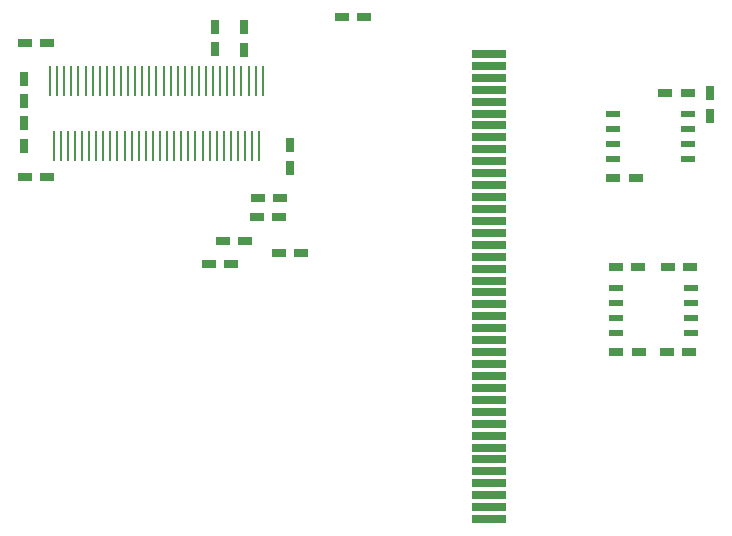
<source format=gts>
G04 (created by PCBNEW (22-Jun-2014 BZR 4027)-stable) date Sun 04 Dec 2016 05:28:58 PM CST*
%MOIN*%
G04 Gerber Fmt 3.4, Leading zero omitted, Abs format*
%FSLAX34Y34*%
G01*
G70*
G90*
G04 APERTURE LIST*
%ADD10C,0.00590551*%
%ADD11R,0.0472441X0.0295276*%
%ADD12R,0.0295276X0.0472441*%
%ADD13R,0.00984252X0.0984252*%
%ADD14R,0.11811X0.0275591*%
%ADD15R,0.045X0.02*%
G04 APERTURE END LIST*
G54D10*
G54D11*
X60235Y-42306D03*
X60984Y-42306D03*
X73845Y-38175D03*
X74594Y-38175D03*
G54D12*
X52470Y-39165D03*
X52470Y-39914D03*
X52480Y-38444D03*
X52480Y-37695D03*
G54D11*
X53244Y-36500D03*
X52495Y-36500D03*
X53234Y-40950D03*
X52485Y-40950D03*
X59369Y-43875D03*
X58620Y-43875D03*
X60960Y-43485D03*
X61709Y-43485D03*
G54D12*
X58850Y-36704D03*
X58850Y-35955D03*
G54D11*
X59849Y-43110D03*
X59100Y-43110D03*
X63055Y-35640D03*
X63804Y-35640D03*
G54D12*
X75330Y-38924D03*
X75330Y-38175D03*
G54D11*
X60255Y-41670D03*
X61004Y-41670D03*
G54D12*
X59790Y-35970D03*
X59790Y-36719D03*
X61320Y-40649D03*
X61320Y-39900D03*
G54D11*
X74644Y-46800D03*
X73895Y-46800D03*
X72854Y-40995D03*
X72105Y-40995D03*
X72953Y-46792D03*
X72204Y-46792D03*
X72200Y-43965D03*
X72949Y-43965D03*
G54D13*
X56292Y-39941D03*
X56528Y-39941D03*
X56055Y-39941D03*
X55819Y-39941D03*
X54874Y-39941D03*
X55111Y-39941D03*
X55583Y-39941D03*
X55347Y-39941D03*
X53457Y-39941D03*
X53693Y-39941D03*
X53929Y-39941D03*
X54166Y-39941D03*
X54638Y-39941D03*
X54402Y-39941D03*
X58181Y-39941D03*
X58418Y-39941D03*
X57945Y-39941D03*
X57709Y-39941D03*
X56764Y-39941D03*
X57000Y-39941D03*
X57473Y-39941D03*
X57237Y-39941D03*
X59126Y-39941D03*
X59362Y-39941D03*
X58890Y-39941D03*
X58654Y-39941D03*
X59599Y-39941D03*
X59835Y-39941D03*
X56410Y-37776D03*
X56646Y-37776D03*
X56174Y-37776D03*
X55937Y-37776D03*
X54992Y-37776D03*
X55229Y-37776D03*
X55701Y-37776D03*
X55465Y-37776D03*
X53575Y-37776D03*
X53811Y-37776D03*
X53339Y-37776D03*
X54048Y-37776D03*
X54284Y-37776D03*
X54756Y-37776D03*
X54520Y-37776D03*
X58300Y-37776D03*
X58536Y-37776D03*
X58063Y-37776D03*
X57827Y-37776D03*
X56882Y-37776D03*
X57118Y-37776D03*
X57591Y-37776D03*
X57355Y-37776D03*
X59244Y-37776D03*
X59481Y-37776D03*
X59008Y-37776D03*
X58772Y-37776D03*
X59717Y-37776D03*
X59953Y-37776D03*
X60425Y-37776D03*
X60189Y-37776D03*
X60307Y-39941D03*
X60071Y-39941D03*
G54D14*
X67982Y-44015D03*
X67982Y-44412D03*
X67982Y-43617D03*
X67982Y-43220D03*
X67982Y-41629D03*
X67982Y-42027D03*
X67982Y-42822D03*
X67982Y-42424D03*
X67982Y-39243D03*
X67982Y-39641D03*
X67982Y-38846D03*
X67982Y-38448D03*
X67982Y-40038D03*
X67982Y-40436D03*
X67982Y-41231D03*
X67982Y-40834D03*
X67982Y-36857D03*
X67982Y-37255D03*
X67982Y-38050D03*
X67982Y-37653D03*
X67982Y-45605D03*
X67982Y-46003D03*
X67982Y-45208D03*
X67982Y-44810D03*
X67982Y-48787D03*
X67982Y-49184D03*
X67982Y-48389D03*
X67982Y-47991D03*
X67982Y-46401D03*
X67982Y-46798D03*
X67982Y-47594D03*
X67982Y-47196D03*
X67982Y-50377D03*
X67982Y-50775D03*
X67982Y-49979D03*
X67982Y-49582D03*
X67982Y-51172D03*
X67982Y-51570D03*
X67982Y-52365D03*
X67982Y-51968D03*
G54D15*
X74687Y-44656D03*
X74687Y-45156D03*
X74687Y-45656D03*
X74687Y-46156D03*
X72187Y-46156D03*
X72187Y-45656D03*
X72187Y-45156D03*
X72187Y-44656D03*
G54D11*
X73925Y-43965D03*
X74674Y-43965D03*
G54D15*
X74598Y-38850D03*
X74598Y-39350D03*
X74598Y-39850D03*
X74598Y-40350D03*
X72098Y-40350D03*
X72098Y-39850D03*
X72098Y-39350D03*
X72098Y-38850D03*
M02*

</source>
